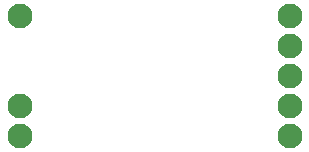
<source format=gbr>
%FSLAX34Y34*%
%MOMM*%
%LNSOLDERMASK_BOTTOM*%
G71*
G01*
%ADD10C, 2.10*%
%LPD*%
X13099Y986634D02*
G54D10*
D03*
X13097Y910431D02*
G54D10*
D03*
X13097Y885031D02*
G54D10*
D03*
X241697Y986631D02*
G54D10*
D03*
X241697Y961231D02*
G54D10*
D03*
X241697Y935831D02*
G54D10*
D03*
X241697Y910431D02*
G54D10*
D03*
X241697Y885031D02*
G54D10*
D03*
M02*

</source>
